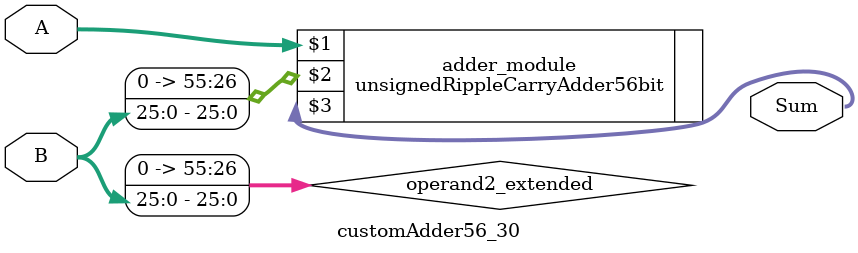
<source format=v>
module customAdder56_30(
                        input [55 : 0] A,
                        input [25 : 0] B,
                        
                        output [56 : 0] Sum
                );

        wire [55 : 0] operand2_extended;
        
        assign operand2_extended =  {30'b0, B};
        
        unsignedRippleCarryAdder56bit adder_module(
            A,
            operand2_extended,
            Sum
        );
        
        endmodule
        
</source>
